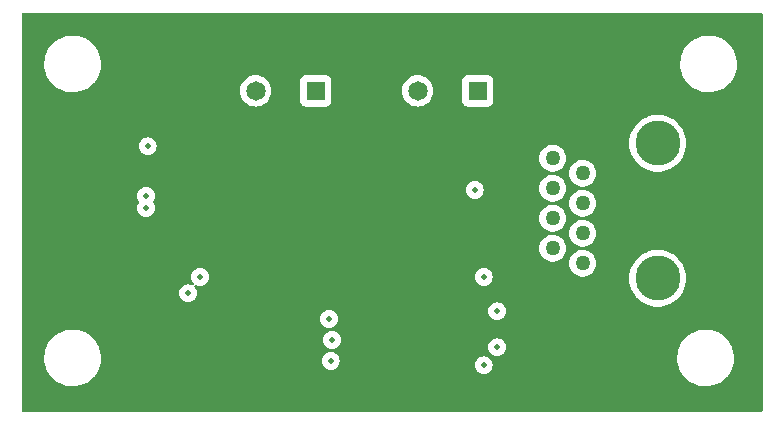
<source format=gbr>
%TF.GenerationSoftware,KiCad,Pcbnew,7.0.1*%
%TF.CreationDate,2023-04-09T11:27:42-07:00*%
%TF.ProjectId,RS485-Module,52533438-352d-44d6-9f64-756c652e6b69,rev?*%
%TF.SameCoordinates,Original*%
%TF.FileFunction,Copper,L2,Inr*%
%TF.FilePolarity,Positive*%
%FSLAX46Y46*%
G04 Gerber Fmt 4.6, Leading zero omitted, Abs format (unit mm)*
G04 Created by KiCad (PCBNEW 7.0.1) date 2023-04-09 11:27:42*
%MOMM*%
%LPD*%
G01*
G04 APERTURE LIST*
%TA.AperFunction,ComponentPad*%
%ADD10C,1.270000*%
%TD*%
%TA.AperFunction,ComponentPad*%
%ADD11C,3.810000*%
%TD*%
%TA.AperFunction,ComponentPad*%
%ADD12R,1.650000X1.650000*%
%TD*%
%TA.AperFunction,ComponentPad*%
%ADD13C,1.650000*%
%TD*%
%TA.AperFunction,ViaPad*%
%ADD14C,0.508000*%
%TD*%
G04 APERTURE END LIST*
D10*
%TO.N,Net-(J3-B)*%
%TO.C,P4*%
X185674000Y-104013000D03*
%TO.N,Net-(J1-B)*%
X183134000Y-102743000D03*
%TO.N,unconnected-(P4-Pad3)*%
X185674000Y-101473000D03*
%TO.N,unconnected-(P4-Pad4)*%
X183134000Y-100203000D03*
%TO.N,unconnected-(P4-Pad5)*%
X185674000Y-98933000D03*
%TO.N,unconnected-(P4-Pad6)*%
X183134000Y-97663000D03*
%TO.N,Net-(J5-B)*%
X185674000Y-96393000D03*
%TO.N,Net-(J7-B)*%
X183134000Y-95123000D03*
D11*
%TO.N,N/C*%
X192024000Y-105283000D03*
X192024000Y-93853000D03*
%TD*%
D12*
%TO.N,Z*%
%TO.C,P3*%
X176784000Y-89408000D03*
D13*
%TO.N,Y*%
X171704000Y-89408000D03*
%TD*%
D12*
%TO.N,A*%
%TO.C,P2*%
X163068000Y-89408000D03*
D13*
%TO.N,B*%
X157988000Y-89408000D03*
%TD*%
D14*
%TO.N,3.3V*%
X148717000Y-99314000D03*
X148717000Y-98298000D03*
X153289000Y-105156000D03*
%TO.N,Earth*%
X171831000Y-105283000D03*
%TO.N,Z*%
X164465000Y-110490000D03*
%TO.N,Y*%
X164338000Y-112268000D03*
%TO.N,B*%
X164211000Y-108712000D03*
%TO.N,Earth*%
X165354000Y-97790000D03*
%TO.N,3.3V*%
X176530000Y-97790000D03*
%TO.N,Net-(J7-B)*%
X177292000Y-112649000D03*
%TO.N,Net-(J5-B)*%
X178435000Y-111125000D03*
X178435000Y-108077000D03*
%TO.N,Net-(J7-B)*%
X177292000Y-105156000D03*
%TO.N,Earth*%
X172212000Y-111633000D03*
X152019000Y-113157000D03*
X150749000Y-111252000D03*
X147447000Y-101219000D03*
%TO.N,3.3V*%
X148844000Y-94107000D03*
%TO.N,Earth*%
X150495000Y-106426000D03*
X149225000Y-105156000D03*
%TO.N,3.3V*%
X152273000Y-106553000D03*
%TD*%
%TA.AperFunction,Conductor*%
%TO.N,Earth*%
G36*
X200851500Y-82821113D02*
G01*
X200896887Y-82866500D01*
X200913500Y-82928500D01*
X200913500Y-116461500D01*
X200896887Y-116523500D01*
X200851500Y-116568887D01*
X200789500Y-116585500D01*
X138300500Y-116585500D01*
X138238500Y-116568887D01*
X138193113Y-116523500D01*
X138176500Y-116461500D01*
X138176500Y-111936903D01*
X140089794Y-111936903D01*
X140099672Y-112244972D01*
X140148867Y-112549261D01*
X140236570Y-112844760D01*
X140361334Y-113126604D01*
X140361336Y-113126608D01*
X140361337Y-113126609D01*
X140521123Y-113390193D01*
X140713304Y-113631181D01*
X140934724Y-113845614D01*
X141181747Y-114029972D01*
X141450318Y-114181228D01*
X141736025Y-114296899D01*
X142034179Y-114375084D01*
X142339883Y-114414500D01*
X142570974Y-114414500D01*
X142570978Y-114414500D01*
X142620639Y-114411311D01*
X142801601Y-114399693D01*
X143104151Y-114340772D01*
X143396683Y-114243644D01*
X143674393Y-114109907D01*
X143932720Y-113941754D01*
X144167424Y-113741948D01*
X144297298Y-113598941D01*
X144374646Y-113513774D01*
X144374647Y-113513771D01*
X144374650Y-113513769D01*
X144550996Y-113260963D01*
X144693567Y-112987683D01*
X144696970Y-112978437D01*
X144800020Y-112698416D01*
X144859697Y-112436954D01*
X144868609Y-112397908D01*
X144881141Y-112267999D01*
X163578725Y-112267999D01*
X163597762Y-112436951D01*
X163653918Y-112597437D01*
X163744377Y-112741402D01*
X163864597Y-112861622D01*
X163864599Y-112861623D01*
X163864600Y-112861624D01*
X164008563Y-112952082D01*
X164169046Y-113008237D01*
X164338000Y-113027274D01*
X164506954Y-113008237D01*
X164667437Y-112952082D01*
X164811400Y-112861624D01*
X164931624Y-112741400D01*
X164989683Y-112649000D01*
X176532725Y-112649000D01*
X176551762Y-112817951D01*
X176607918Y-112978437D01*
X176698377Y-113122402D01*
X176818597Y-113242622D01*
X176818599Y-113242623D01*
X176818600Y-113242624D01*
X176962563Y-113333082D01*
X177123046Y-113389237D01*
X177292000Y-113408274D01*
X177460954Y-113389237D01*
X177621437Y-113333082D01*
X177765400Y-113242624D01*
X177885624Y-113122400D01*
X177976082Y-112978437D01*
X178032237Y-112817954D01*
X178051274Y-112649000D01*
X178032237Y-112480046D01*
X177976082Y-112319563D01*
X177885624Y-112175600D01*
X177885623Y-112175599D01*
X177885622Y-112175597D01*
X177765402Y-112055377D01*
X177621437Y-111964918D01*
X177541374Y-111936903D01*
X193683794Y-111936903D01*
X193693672Y-112244972D01*
X193742867Y-112549261D01*
X193830570Y-112844760D01*
X193955334Y-113126604D01*
X193955336Y-113126608D01*
X193955337Y-113126609D01*
X194115123Y-113390193D01*
X194307304Y-113631181D01*
X194528724Y-113845614D01*
X194775747Y-114029972D01*
X195044318Y-114181228D01*
X195330025Y-114296899D01*
X195628179Y-114375084D01*
X195933883Y-114414500D01*
X196164974Y-114414500D01*
X196164978Y-114414500D01*
X196214639Y-114411311D01*
X196395601Y-114399693D01*
X196698151Y-114340772D01*
X196990683Y-114243644D01*
X197268393Y-114109907D01*
X197526720Y-113941754D01*
X197761424Y-113741948D01*
X197891298Y-113598941D01*
X197968646Y-113513774D01*
X197968647Y-113513771D01*
X197968650Y-113513769D01*
X198144996Y-113260963D01*
X198287567Y-112987683D01*
X198290970Y-112978437D01*
X198394020Y-112698416D01*
X198453697Y-112436954D01*
X198462609Y-112397908D01*
X198492206Y-112091098D01*
X198482327Y-111783022D01*
X198433133Y-111478739D01*
X198345431Y-111183244D01*
X198301332Y-111083624D01*
X198220665Y-110901395D01*
X198170982Y-110819437D01*
X198060877Y-110637807D01*
X197868696Y-110396819D01*
X197647276Y-110182386D01*
X197400253Y-109998028D01*
X197131682Y-109846772D01*
X196845975Y-109731101D01*
X196611417Y-109669592D01*
X196547818Y-109652915D01*
X196295227Y-109620347D01*
X196242117Y-109613500D01*
X196011026Y-109613500D01*
X196011022Y-109613500D01*
X195780397Y-109628307D01*
X195477854Y-109687226D01*
X195346844Y-109730725D01*
X195185317Y-109784356D01*
X195185314Y-109784357D01*
X195185312Y-109784358D01*
X194907612Y-109918089D01*
X194649274Y-110086249D01*
X194414575Y-110286052D01*
X194207353Y-110514225D01*
X194031002Y-110767039D01*
X193888432Y-111040316D01*
X193781979Y-111329583D01*
X193713390Y-111630092D01*
X193683794Y-111936903D01*
X177541374Y-111936903D01*
X177460951Y-111908762D01*
X177291999Y-111889725D01*
X177123048Y-111908762D01*
X176962562Y-111964918D01*
X176818597Y-112055377D01*
X176698377Y-112175597D01*
X176607918Y-112319562D01*
X176551762Y-112480048D01*
X176532725Y-112649000D01*
X164989683Y-112649000D01*
X165022082Y-112597437D01*
X165078237Y-112436954D01*
X165097274Y-112268000D01*
X165078237Y-112099046D01*
X165022082Y-111938563D01*
X164931624Y-111794600D01*
X164931623Y-111794599D01*
X164931622Y-111794597D01*
X164811402Y-111674377D01*
X164667437Y-111583918D01*
X164506951Y-111527762D01*
X164338000Y-111508725D01*
X164169048Y-111527762D01*
X164008562Y-111583918D01*
X163864597Y-111674377D01*
X163744377Y-111794597D01*
X163653918Y-111938562D01*
X163597762Y-112099048D01*
X163578725Y-112267999D01*
X144881141Y-112267999D01*
X144898206Y-112091098D01*
X144888327Y-111783022D01*
X144839133Y-111478739D01*
X144751431Y-111183244D01*
X144707332Y-111083624D01*
X144626665Y-110901395D01*
X144576982Y-110819437D01*
X144466877Y-110637807D01*
X144349004Y-110489999D01*
X163705725Y-110489999D01*
X163724762Y-110658951D01*
X163780918Y-110819437D01*
X163871377Y-110963402D01*
X163991597Y-111083622D01*
X163991599Y-111083623D01*
X163991600Y-111083624D01*
X164135563Y-111174082D01*
X164296046Y-111230237D01*
X164465000Y-111249274D01*
X164633954Y-111230237D01*
X164794437Y-111174082D01*
X164872551Y-111125000D01*
X177675725Y-111125000D01*
X177694762Y-111293951D01*
X177750918Y-111454437D01*
X177841377Y-111598402D01*
X177961597Y-111718622D01*
X177961599Y-111718623D01*
X177961600Y-111718624D01*
X178105563Y-111809082D01*
X178266046Y-111865237D01*
X178435000Y-111884274D01*
X178603954Y-111865237D01*
X178764437Y-111809082D01*
X178908400Y-111718624D01*
X179028624Y-111598400D01*
X179119082Y-111454437D01*
X179175237Y-111293954D01*
X179194274Y-111125000D01*
X179175237Y-110956046D01*
X179119082Y-110795563D01*
X179028624Y-110651600D01*
X179028623Y-110651599D01*
X179028622Y-110651597D01*
X178908402Y-110531377D01*
X178764437Y-110440918D01*
X178603951Y-110384762D01*
X178435000Y-110365725D01*
X178266048Y-110384762D01*
X178105562Y-110440918D01*
X177961597Y-110531377D01*
X177841377Y-110651597D01*
X177750918Y-110795562D01*
X177694762Y-110956048D01*
X177675725Y-111125000D01*
X164872551Y-111125000D01*
X164938400Y-111083624D01*
X165058624Y-110963400D01*
X165149082Y-110819437D01*
X165205237Y-110658954D01*
X165224274Y-110490000D01*
X165205237Y-110321046D01*
X165149082Y-110160563D01*
X165058624Y-110016600D01*
X165058623Y-110016599D01*
X165058622Y-110016597D01*
X164938402Y-109896377D01*
X164794437Y-109805918D01*
X164633951Y-109749762D01*
X164465000Y-109730725D01*
X164296048Y-109749762D01*
X164135562Y-109805918D01*
X163991597Y-109896377D01*
X163871377Y-110016597D01*
X163780918Y-110160562D01*
X163724762Y-110321048D01*
X163705725Y-110489999D01*
X144349004Y-110489999D01*
X144274696Y-110396819D01*
X144053276Y-110182386D01*
X143806253Y-109998028D01*
X143537682Y-109846772D01*
X143251975Y-109731101D01*
X143017417Y-109669592D01*
X142953818Y-109652915D01*
X142701227Y-109620347D01*
X142648117Y-109613500D01*
X142417026Y-109613500D01*
X142417022Y-109613500D01*
X142186397Y-109628307D01*
X141883854Y-109687226D01*
X141752844Y-109730725D01*
X141591317Y-109784356D01*
X141591314Y-109784357D01*
X141591312Y-109784358D01*
X141313612Y-109918089D01*
X141055274Y-110086249D01*
X140820575Y-110286052D01*
X140613353Y-110514225D01*
X140437002Y-110767039D01*
X140294432Y-111040316D01*
X140187979Y-111329583D01*
X140119390Y-111630092D01*
X140089794Y-111936903D01*
X138176500Y-111936903D01*
X138176500Y-108712000D01*
X163451725Y-108712000D01*
X163470762Y-108880951D01*
X163526918Y-109041437D01*
X163617377Y-109185402D01*
X163737597Y-109305622D01*
X163737599Y-109305623D01*
X163737600Y-109305624D01*
X163881563Y-109396082D01*
X164042046Y-109452237D01*
X164211000Y-109471274D01*
X164379954Y-109452237D01*
X164540437Y-109396082D01*
X164684400Y-109305624D01*
X164804624Y-109185400D01*
X164895082Y-109041437D01*
X164951237Y-108880954D01*
X164970274Y-108712000D01*
X164951237Y-108543046D01*
X164895082Y-108382563D01*
X164804624Y-108238600D01*
X164804623Y-108238599D01*
X164804622Y-108238597D01*
X164684402Y-108118377D01*
X164618551Y-108077000D01*
X177675725Y-108077000D01*
X177694762Y-108245951D01*
X177750918Y-108406437D01*
X177841377Y-108550402D01*
X177961597Y-108670622D01*
X177961599Y-108670623D01*
X177961600Y-108670624D01*
X178105563Y-108761082D01*
X178266046Y-108817237D01*
X178435000Y-108836274D01*
X178603954Y-108817237D01*
X178764437Y-108761082D01*
X178908400Y-108670624D01*
X179028624Y-108550400D01*
X179119082Y-108406437D01*
X179175237Y-108245954D01*
X179194274Y-108077000D01*
X179175237Y-107908046D01*
X179119082Y-107747563D01*
X179028624Y-107603600D01*
X179028623Y-107603599D01*
X179028622Y-107603597D01*
X178908402Y-107483377D01*
X178764437Y-107392918D01*
X178603951Y-107336762D01*
X178435000Y-107317725D01*
X178266048Y-107336762D01*
X178105562Y-107392918D01*
X177961597Y-107483377D01*
X177841377Y-107603597D01*
X177750918Y-107747562D01*
X177694762Y-107908048D01*
X177675725Y-108077000D01*
X164618551Y-108077000D01*
X164540437Y-108027918D01*
X164379951Y-107971762D01*
X164211000Y-107952725D01*
X164042048Y-107971762D01*
X163881562Y-108027918D01*
X163737597Y-108118377D01*
X163617377Y-108238597D01*
X163526918Y-108382562D01*
X163470762Y-108543048D01*
X163451725Y-108712000D01*
X138176500Y-108712000D01*
X138176500Y-106552999D01*
X151513725Y-106552999D01*
X151532762Y-106721951D01*
X151588918Y-106882437D01*
X151679377Y-107026402D01*
X151799597Y-107146622D01*
X151799599Y-107146623D01*
X151799600Y-107146624D01*
X151943563Y-107237082D01*
X152104046Y-107293237D01*
X152216682Y-107305928D01*
X152272999Y-107312274D01*
X152272999Y-107312273D01*
X152273000Y-107312274D01*
X152441954Y-107293237D01*
X152602437Y-107237082D01*
X152746400Y-107146624D01*
X152866624Y-107026400D01*
X152957082Y-106882437D01*
X153013237Y-106721954D01*
X153032274Y-106553000D01*
X153013237Y-106384046D01*
X152957082Y-106223563D01*
X152866624Y-106079600D01*
X152866623Y-106079599D01*
X152866622Y-106079597D01*
X152832314Y-106045289D01*
X152799753Y-105987906D01*
X152801234Y-105921946D01*
X152836336Y-105866081D01*
X152895122Y-105836128D01*
X152960948Y-105840566D01*
X153033864Y-105866081D01*
X153120045Y-105896237D01*
X153289000Y-105915274D01*
X153457954Y-105896237D01*
X153618437Y-105840082D01*
X153762400Y-105749624D01*
X153882624Y-105629400D01*
X153973082Y-105485437D01*
X154029237Y-105324954D01*
X154048274Y-105156000D01*
X154048274Y-105155999D01*
X176532725Y-105155999D01*
X176551762Y-105324951D01*
X176607918Y-105485437D01*
X176698377Y-105629402D01*
X176818597Y-105749622D01*
X176818599Y-105749623D01*
X176818600Y-105749624D01*
X176962563Y-105840082D01*
X177123046Y-105896237D01*
X177292000Y-105915274D01*
X177460954Y-105896237D01*
X177621437Y-105840082D01*
X177765400Y-105749624D01*
X177885624Y-105629400D01*
X177976082Y-105485437D01*
X178032237Y-105324954D01*
X178036964Y-105283000D01*
X189613743Y-105283000D01*
X189632749Y-105585079D01*
X189689467Y-105882409D01*
X189753538Y-106079597D01*
X189783001Y-106170274D01*
X189911877Y-106444150D01*
X190074062Y-106699713D01*
X190218764Y-106874628D01*
X190266998Y-106932933D01*
X190487646Y-107140136D01*
X190732519Y-107318046D01*
X190868711Y-107392918D01*
X190997763Y-107463865D01*
X191279190Y-107575290D01*
X191572363Y-107650564D01*
X191796784Y-107678914D01*
X191872657Y-107688500D01*
X191872659Y-107688500D01*
X192175341Y-107688500D01*
X192175343Y-107688500D01*
X192242704Y-107679989D01*
X192475637Y-107650564D01*
X192768810Y-107575290D01*
X193050237Y-107463865D01*
X193315480Y-107318046D01*
X193315922Y-107317725D01*
X193560353Y-107140136D01*
X193584323Y-107117625D01*
X193781001Y-106932934D01*
X193973938Y-106699713D01*
X194136123Y-106444150D01*
X194264999Y-106170274D01*
X194358533Y-105882406D01*
X194415250Y-105585085D01*
X194434256Y-105283000D01*
X194415250Y-104980915D01*
X194358533Y-104683594D01*
X194264999Y-104395726D01*
X194136123Y-104121850D01*
X193973938Y-103866287D01*
X193781001Y-103633066D01*
X193746911Y-103601053D01*
X193560353Y-103425863D01*
X193315480Y-103247953D01*
X193050238Y-103102135D01*
X192768807Y-102990709D01*
X192475638Y-102915436D01*
X192175343Y-102877500D01*
X192175341Y-102877500D01*
X191872659Y-102877500D01*
X191872657Y-102877500D01*
X191572361Y-102915436D01*
X191279192Y-102990709D01*
X190997761Y-103102135D01*
X190732519Y-103247953D01*
X190487646Y-103425863D01*
X190266998Y-103633066D01*
X190095948Y-103839831D01*
X190074062Y-103866287D01*
X189980956Y-104012999D01*
X189911877Y-104121850D01*
X189782999Y-104395730D01*
X189689467Y-104683590D01*
X189632749Y-104980920D01*
X189613743Y-105283000D01*
X178036964Y-105283000D01*
X178051274Y-105156000D01*
X178032237Y-104987046D01*
X177976082Y-104826563D01*
X177885624Y-104682600D01*
X177885623Y-104682599D01*
X177885622Y-104682597D01*
X177765402Y-104562377D01*
X177621437Y-104471918D01*
X177460954Y-104415763D01*
X177460953Y-104415762D01*
X177460951Y-104415762D01*
X177292000Y-104396725D01*
X177123048Y-104415762D01*
X176962562Y-104471918D01*
X176818597Y-104562377D01*
X176698377Y-104682597D01*
X176607918Y-104826562D01*
X176551762Y-104987048D01*
X176532725Y-105155999D01*
X154048274Y-105155999D01*
X154029237Y-104987046D01*
X153973082Y-104826563D01*
X153882624Y-104682600D01*
X153882623Y-104682599D01*
X153882622Y-104682597D01*
X153762402Y-104562377D01*
X153618437Y-104471918D01*
X153457954Y-104415763D01*
X153457953Y-104415762D01*
X153457951Y-104415762D01*
X153289000Y-104396725D01*
X153120048Y-104415762D01*
X152959562Y-104471918D01*
X152815597Y-104562377D01*
X152695377Y-104682597D01*
X152604918Y-104826562D01*
X152548762Y-104987048D01*
X152529725Y-105155999D01*
X152548762Y-105324951D01*
X152604918Y-105485437D01*
X152695377Y-105629402D01*
X152729685Y-105663710D01*
X152762245Y-105721093D01*
X152760765Y-105787053D01*
X152725663Y-105842918D01*
X152666877Y-105872871D01*
X152601051Y-105868433D01*
X152441954Y-105812763D01*
X152441953Y-105812762D01*
X152441951Y-105812762D01*
X152273000Y-105793725D01*
X152104048Y-105812762D01*
X151943562Y-105868918D01*
X151799597Y-105959377D01*
X151679377Y-106079597D01*
X151588918Y-106223562D01*
X151532762Y-106384048D01*
X151513725Y-106552999D01*
X138176500Y-106552999D01*
X138176500Y-104012999D01*
X184533635Y-104012999D01*
X184553051Y-104222544D01*
X184610640Y-104424947D01*
X184704439Y-104613322D01*
X184831260Y-104781260D01*
X184986774Y-104923029D01*
X184986776Y-104923030D01*
X184986777Y-104923031D01*
X185165696Y-105033813D01*
X185361924Y-105109832D01*
X185568780Y-105148500D01*
X185779218Y-105148500D01*
X185779220Y-105148500D01*
X185986076Y-105109832D01*
X186182304Y-105033813D01*
X186361223Y-104923031D01*
X186516740Y-104781259D01*
X186643558Y-104613325D01*
X186643558Y-104613323D01*
X186643560Y-104613322D01*
X186737359Y-104424947D01*
X186794948Y-104222544D01*
X186797763Y-104192156D01*
X186814365Y-104013000D01*
X186798319Y-103839832D01*
X186794948Y-103803455D01*
X186737359Y-103601052D01*
X186643560Y-103412677D01*
X186516739Y-103244739D01*
X186361225Y-103102970D01*
X186182304Y-102992187D01*
X186079968Y-102952542D01*
X185986076Y-102916168D01*
X185779220Y-102877500D01*
X185568780Y-102877500D01*
X185365840Y-102915436D01*
X185361924Y-102916168D01*
X185165695Y-102992187D01*
X184986774Y-103102970D01*
X184831260Y-103244739D01*
X184704439Y-103412677D01*
X184610640Y-103601052D01*
X184553051Y-103803455D01*
X184533635Y-104012999D01*
X138176500Y-104012999D01*
X138176500Y-102743000D01*
X181993635Y-102743000D01*
X182013051Y-102952544D01*
X182070640Y-103154947D01*
X182164439Y-103343322D01*
X182291260Y-103511260D01*
X182446774Y-103653029D01*
X182446776Y-103653030D01*
X182446777Y-103653031D01*
X182625696Y-103763813D01*
X182821924Y-103839832D01*
X183028780Y-103878500D01*
X183239218Y-103878500D01*
X183239220Y-103878500D01*
X183446076Y-103839832D01*
X183642304Y-103763813D01*
X183821223Y-103653031D01*
X183976740Y-103511259D01*
X184103558Y-103343325D01*
X184103558Y-103343323D01*
X184103560Y-103343322D01*
X184197359Y-103154947D01*
X184254948Y-102952544D01*
X184258386Y-102915436D01*
X184274365Y-102743000D01*
X184258319Y-102569832D01*
X184254948Y-102533455D01*
X184197359Y-102331052D01*
X184103560Y-102142677D01*
X183976739Y-101974739D01*
X183821225Y-101832970D01*
X183642304Y-101722187D01*
X183539968Y-101682542D01*
X183446076Y-101646168D01*
X183239220Y-101607500D01*
X183028780Y-101607500D01*
X182821924Y-101646167D01*
X182821924Y-101646168D01*
X182625695Y-101722187D01*
X182446774Y-101832970D01*
X182291260Y-101974739D01*
X182164439Y-102142677D01*
X182070640Y-102331052D01*
X182013051Y-102533455D01*
X181993635Y-102743000D01*
X138176500Y-102743000D01*
X138176500Y-101473000D01*
X184533635Y-101473000D01*
X184553051Y-101682544D01*
X184610640Y-101884947D01*
X184704439Y-102073322D01*
X184831260Y-102241260D01*
X184986774Y-102383029D01*
X184986776Y-102383030D01*
X184986777Y-102383031D01*
X185165696Y-102493813D01*
X185361924Y-102569832D01*
X185568780Y-102608500D01*
X185779218Y-102608500D01*
X185779220Y-102608500D01*
X185986076Y-102569832D01*
X186182304Y-102493813D01*
X186361223Y-102383031D01*
X186516740Y-102241259D01*
X186643558Y-102073325D01*
X186643558Y-102073323D01*
X186643560Y-102073322D01*
X186737359Y-101884947D01*
X186794948Y-101682544D01*
X186798319Y-101646168D01*
X186814365Y-101473000D01*
X186798319Y-101299832D01*
X186794948Y-101263455D01*
X186737359Y-101061052D01*
X186643560Y-100872677D01*
X186516739Y-100704739D01*
X186361225Y-100562970D01*
X186182304Y-100452187D01*
X186079968Y-100412542D01*
X185986076Y-100376168D01*
X185779220Y-100337500D01*
X185568780Y-100337500D01*
X185361923Y-100376168D01*
X185361924Y-100376168D01*
X185165695Y-100452187D01*
X184986774Y-100562970D01*
X184831260Y-100704739D01*
X184704439Y-100872677D01*
X184610640Y-101061052D01*
X184553051Y-101263455D01*
X184533635Y-101473000D01*
X138176500Y-101473000D01*
X138176500Y-100202999D01*
X181993635Y-100202999D01*
X182013051Y-100412544D01*
X182070640Y-100614947D01*
X182164439Y-100803322D01*
X182291260Y-100971260D01*
X182446774Y-101113029D01*
X182446776Y-101113030D01*
X182446777Y-101113031D01*
X182625696Y-101223813D01*
X182821924Y-101299832D01*
X183028780Y-101338500D01*
X183239218Y-101338500D01*
X183239220Y-101338500D01*
X183446076Y-101299832D01*
X183642304Y-101223813D01*
X183821223Y-101113031D01*
X183976740Y-100971259D01*
X184103558Y-100803325D01*
X184103558Y-100803323D01*
X184103560Y-100803322D01*
X184197359Y-100614947D01*
X184254948Y-100412544D01*
X184258319Y-100376168D01*
X184274365Y-100203000D01*
X184258319Y-100029832D01*
X184254948Y-99993455D01*
X184197359Y-99791052D01*
X184103560Y-99602677D01*
X183976739Y-99434739D01*
X183821225Y-99292970D01*
X183642304Y-99182187D01*
X183546437Y-99145048D01*
X183446076Y-99106168D01*
X183239220Y-99067500D01*
X183028780Y-99067500D01*
X182821924Y-99106167D01*
X182821924Y-99106168D01*
X182625695Y-99182187D01*
X182446774Y-99292970D01*
X182291260Y-99434739D01*
X182164439Y-99602677D01*
X182070640Y-99791052D01*
X182013051Y-99993455D01*
X181993635Y-100202999D01*
X138176500Y-100202999D01*
X138176500Y-99314000D01*
X147957725Y-99314000D01*
X147976762Y-99482951D01*
X148032918Y-99643437D01*
X148123377Y-99787402D01*
X148243597Y-99907622D01*
X148243599Y-99907623D01*
X148243600Y-99907624D01*
X148387563Y-99998082D01*
X148548046Y-100054237D01*
X148717000Y-100073274D01*
X148885954Y-100054237D01*
X149046437Y-99998082D01*
X149190400Y-99907624D01*
X149310624Y-99787400D01*
X149401082Y-99643437D01*
X149457237Y-99482954D01*
X149476274Y-99314000D01*
X149457237Y-99145046D01*
X149401082Y-98984563D01*
X149368682Y-98932999D01*
X184533635Y-98932999D01*
X184553051Y-99142544D01*
X184610640Y-99344947D01*
X184704439Y-99533322D01*
X184831260Y-99701260D01*
X184986774Y-99843029D01*
X184986776Y-99843030D01*
X184986777Y-99843031D01*
X185165696Y-99953813D01*
X185361924Y-100029832D01*
X185568780Y-100068500D01*
X185779218Y-100068500D01*
X185779220Y-100068500D01*
X185986076Y-100029832D01*
X186182304Y-99953813D01*
X186361223Y-99843031D01*
X186516740Y-99701259D01*
X186643558Y-99533325D01*
X186643558Y-99533323D01*
X186643560Y-99533322D01*
X186737359Y-99344947D01*
X186794948Y-99142544D01*
X186798319Y-99106168D01*
X186814365Y-98933000D01*
X186799501Y-98772598D01*
X186794948Y-98723455D01*
X186737359Y-98521052D01*
X186643560Y-98332677D01*
X186516739Y-98164739D01*
X186361225Y-98022970D01*
X186182304Y-97912187D01*
X186079968Y-97872542D01*
X185986076Y-97836168D01*
X185779220Y-97797500D01*
X185568780Y-97797500D01*
X185361924Y-97836167D01*
X185361924Y-97836168D01*
X185165695Y-97912187D01*
X184986774Y-98022970D01*
X184831260Y-98164739D01*
X184704439Y-98332677D01*
X184610640Y-98521052D01*
X184553051Y-98723455D01*
X184533635Y-98932999D01*
X149368682Y-98932999D01*
X149330336Y-98871971D01*
X149311330Y-98805999D01*
X149330335Y-98740029D01*
X149401082Y-98627437D01*
X149457237Y-98466954D01*
X149476274Y-98298000D01*
X149457237Y-98129046D01*
X149401082Y-97968563D01*
X149310624Y-97824600D01*
X149310623Y-97824599D01*
X149310622Y-97824597D01*
X149276025Y-97790000D01*
X175770725Y-97790000D01*
X175789762Y-97958951D01*
X175845918Y-98119437D01*
X175936377Y-98263402D01*
X176056597Y-98383622D01*
X176056599Y-98383623D01*
X176056600Y-98383624D01*
X176200563Y-98474082D01*
X176361046Y-98530237D01*
X176530000Y-98549274D01*
X176698954Y-98530237D01*
X176859437Y-98474082D01*
X177003400Y-98383624D01*
X177123624Y-98263400D01*
X177214082Y-98119437D01*
X177270237Y-97958954D01*
X177289274Y-97790000D01*
X177274964Y-97663000D01*
X181993635Y-97663000D01*
X182013051Y-97872544D01*
X182070640Y-98074947D01*
X182164439Y-98263322D01*
X182291260Y-98431260D01*
X182446774Y-98573029D01*
X182446776Y-98573030D01*
X182446777Y-98573031D01*
X182625696Y-98683813D01*
X182821924Y-98759832D01*
X183028780Y-98798500D01*
X183239218Y-98798500D01*
X183239220Y-98798500D01*
X183446076Y-98759832D01*
X183642304Y-98683813D01*
X183821223Y-98573031D01*
X183976740Y-98431259D01*
X184103558Y-98263325D01*
X184103558Y-98263323D01*
X184103560Y-98263322D01*
X184197359Y-98074947D01*
X184254948Y-97872544D01*
X184259391Y-97824597D01*
X184274365Y-97663000D01*
X184258319Y-97489832D01*
X184254948Y-97453455D01*
X184197359Y-97251052D01*
X184103560Y-97062677D01*
X183976739Y-96894739D01*
X183821225Y-96752970D01*
X183642304Y-96642187D01*
X183539968Y-96602542D01*
X183446076Y-96566168D01*
X183239220Y-96527500D01*
X183028780Y-96527500D01*
X182821923Y-96566168D01*
X182821924Y-96566168D01*
X182625695Y-96642187D01*
X182446774Y-96752970D01*
X182291260Y-96894739D01*
X182164439Y-97062677D01*
X182070640Y-97251052D01*
X182013051Y-97453455D01*
X181993635Y-97663000D01*
X177274964Y-97663000D01*
X177270237Y-97621046D01*
X177214082Y-97460563D01*
X177123624Y-97316600D01*
X177123623Y-97316599D01*
X177123622Y-97316597D01*
X177003402Y-97196377D01*
X176859437Y-97105918D01*
X176698951Y-97049762D01*
X176530000Y-97030725D01*
X176361048Y-97049762D01*
X176200562Y-97105918D01*
X176056597Y-97196377D01*
X175936377Y-97316597D01*
X175845918Y-97460562D01*
X175789762Y-97621048D01*
X175770725Y-97790000D01*
X149276025Y-97790000D01*
X149190402Y-97704377D01*
X149046437Y-97613918D01*
X148885951Y-97557762D01*
X148717000Y-97538725D01*
X148548048Y-97557762D01*
X148387562Y-97613918D01*
X148243597Y-97704377D01*
X148123377Y-97824597D01*
X148032918Y-97968562D01*
X147976762Y-98129048D01*
X147957725Y-98297999D01*
X147976762Y-98466951D01*
X148032919Y-98627439D01*
X148103663Y-98740029D01*
X148122669Y-98806000D01*
X148103663Y-98871971D01*
X148032919Y-98984560D01*
X147976762Y-99145048D01*
X147957725Y-99314000D01*
X138176500Y-99314000D01*
X138176500Y-96392999D01*
X184533635Y-96392999D01*
X184553051Y-96602544D01*
X184610640Y-96804947D01*
X184704439Y-96993322D01*
X184831260Y-97161260D01*
X184986774Y-97303029D01*
X184986776Y-97303030D01*
X184986777Y-97303031D01*
X185165696Y-97413813D01*
X185361924Y-97489832D01*
X185568780Y-97528500D01*
X185779218Y-97528500D01*
X185779220Y-97528500D01*
X185986076Y-97489832D01*
X186182304Y-97413813D01*
X186361223Y-97303031D01*
X186516740Y-97161259D01*
X186643558Y-96993325D01*
X186643558Y-96993323D01*
X186643560Y-96993322D01*
X186737359Y-96804947D01*
X186794948Y-96602544D01*
X186798319Y-96566168D01*
X186814365Y-96393000D01*
X186798319Y-96219832D01*
X186794948Y-96183455D01*
X186737359Y-95981052D01*
X186643560Y-95792677D01*
X186516739Y-95624739D01*
X186361225Y-95482970D01*
X186182304Y-95372187D01*
X186079968Y-95332542D01*
X185986076Y-95296168D01*
X185779220Y-95257500D01*
X185568780Y-95257500D01*
X185361923Y-95296168D01*
X185361924Y-95296168D01*
X185165695Y-95372187D01*
X184986774Y-95482970D01*
X184831260Y-95624739D01*
X184704439Y-95792677D01*
X184610640Y-95981052D01*
X184553051Y-96183455D01*
X184533635Y-96392999D01*
X138176500Y-96392999D01*
X138176500Y-95123000D01*
X181993635Y-95123000D01*
X182013051Y-95332544D01*
X182070640Y-95534947D01*
X182164439Y-95723322D01*
X182291260Y-95891260D01*
X182446774Y-96033029D01*
X182446776Y-96033030D01*
X182446777Y-96033031D01*
X182625696Y-96143813D01*
X182821924Y-96219832D01*
X183028780Y-96258500D01*
X183239218Y-96258500D01*
X183239220Y-96258500D01*
X183446076Y-96219832D01*
X183642304Y-96143813D01*
X183821223Y-96033031D01*
X183976740Y-95891259D01*
X184103558Y-95723325D01*
X184103558Y-95723323D01*
X184103560Y-95723322D01*
X184197359Y-95534947D01*
X184254948Y-95332544D01*
X184260770Y-95269713D01*
X184274365Y-95123000D01*
X184254948Y-94913458D01*
X184254948Y-94913455D01*
X184197359Y-94711052D01*
X184103560Y-94522677D01*
X183976739Y-94354739D01*
X183821225Y-94212970D01*
X183642304Y-94102187D01*
X183642303Y-94102186D01*
X183446076Y-94026168D01*
X183239220Y-93987500D01*
X183028780Y-93987500D01*
X182821924Y-94026167D01*
X182821924Y-94026168D01*
X182625695Y-94102187D01*
X182446774Y-94212970D01*
X182291260Y-94354739D01*
X182164439Y-94522677D01*
X182070640Y-94711052D01*
X182013051Y-94913455D01*
X181993635Y-95123000D01*
X138176500Y-95123000D01*
X138176500Y-94106999D01*
X148084725Y-94106999D01*
X148103762Y-94275951D01*
X148159918Y-94436437D01*
X148250377Y-94580402D01*
X148370597Y-94700622D01*
X148370599Y-94700623D01*
X148370600Y-94700624D01*
X148514563Y-94791082D01*
X148675046Y-94847237D01*
X148844000Y-94866274D01*
X149012954Y-94847237D01*
X149173437Y-94791082D01*
X149317400Y-94700624D01*
X149437624Y-94580400D01*
X149528082Y-94436437D01*
X149584237Y-94275954D01*
X149603274Y-94107000D01*
X149584237Y-93938046D01*
X149554478Y-93852999D01*
X189613743Y-93852999D01*
X189632749Y-94155079D01*
X189689467Y-94452409D01*
X189782999Y-94740269D01*
X189783001Y-94740274D01*
X189911877Y-95014150D01*
X190074062Y-95269713D01*
X190158836Y-95372187D01*
X190266998Y-95502933D01*
X190487646Y-95710136D01*
X190732519Y-95888046D01*
X190996242Y-96033029D01*
X190997763Y-96033865D01*
X191279190Y-96145290D01*
X191572363Y-96220564D01*
X191796785Y-96248914D01*
X191872657Y-96258500D01*
X191872659Y-96258500D01*
X192175341Y-96258500D01*
X192175343Y-96258500D01*
X192242704Y-96249989D01*
X192475637Y-96220564D01*
X192768810Y-96145290D01*
X193050237Y-96033865D01*
X193315480Y-95888046D01*
X193315479Y-95888046D01*
X193560353Y-95710136D01*
X193651289Y-95624741D01*
X193781001Y-95502934D01*
X193973938Y-95269713D01*
X194136123Y-95014150D01*
X194264999Y-94740274D01*
X194358533Y-94452406D01*
X194415250Y-94155085D01*
X194434256Y-93853000D01*
X194415250Y-93550915D01*
X194358533Y-93253594D01*
X194264999Y-92965726D01*
X194136123Y-92691850D01*
X193973938Y-92436287D01*
X193781001Y-92203066D01*
X193560353Y-91995863D01*
X193315480Y-91817953D01*
X193050238Y-91672135D01*
X192768807Y-91560709D01*
X192475638Y-91485436D01*
X192175343Y-91447500D01*
X192175341Y-91447500D01*
X191872659Y-91447500D01*
X191872657Y-91447500D01*
X191572361Y-91485436D01*
X191279192Y-91560709D01*
X190997761Y-91672135D01*
X190732519Y-91817953D01*
X190487646Y-91995863D01*
X190266998Y-92203066D01*
X190074065Y-92436283D01*
X189911877Y-92691850D01*
X189782999Y-92965730D01*
X189689467Y-93253590D01*
X189632749Y-93550920D01*
X189613743Y-93852999D01*
X149554478Y-93852999D01*
X149528082Y-93777563D01*
X149437624Y-93633600D01*
X149437623Y-93633599D01*
X149437622Y-93633597D01*
X149317402Y-93513377D01*
X149173437Y-93422918D01*
X149012951Y-93366762D01*
X148844000Y-93347725D01*
X148675048Y-93366762D01*
X148514562Y-93422918D01*
X148370597Y-93513377D01*
X148250377Y-93633597D01*
X148159918Y-93777562D01*
X148103762Y-93938048D01*
X148084725Y-94106999D01*
X138176500Y-94106999D01*
X138176500Y-87044903D01*
X140089794Y-87044903D01*
X140099672Y-87352972D01*
X140148867Y-87657261D01*
X140236570Y-87952760D01*
X140361334Y-88234604D01*
X140361336Y-88234608D01*
X140361337Y-88234609D01*
X140521123Y-88498193D01*
X140713304Y-88739181D01*
X140934724Y-88953614D01*
X141181747Y-89137972D01*
X141450318Y-89289228D01*
X141736025Y-89404899D01*
X142034179Y-89483084D01*
X142339883Y-89522500D01*
X142570974Y-89522500D01*
X142570978Y-89522500D01*
X142620639Y-89519311D01*
X142801601Y-89507693D01*
X143104151Y-89448772D01*
X143226949Y-89408000D01*
X156657436Y-89408000D01*
X156677650Y-89639047D01*
X156677651Y-89639050D01*
X156737680Y-89863079D01*
X156835699Y-90073282D01*
X156968730Y-90263269D01*
X157132731Y-90427270D01*
X157322718Y-90560301D01*
X157532921Y-90658320D01*
X157756950Y-90718349D01*
X157856873Y-90727091D01*
X157987999Y-90738563D01*
X157987999Y-90738562D01*
X157988000Y-90738563D01*
X158219050Y-90718349D01*
X158443079Y-90658320D01*
X158653282Y-90560301D01*
X158843269Y-90427270D01*
X158989670Y-90280869D01*
X161742500Y-90280869D01*
X161748909Y-90340483D01*
X161799204Y-90475331D01*
X161885454Y-90590546D01*
X162000669Y-90676796D01*
X162135517Y-90727091D01*
X162195127Y-90733500D01*
X163940872Y-90733499D01*
X164000483Y-90727091D01*
X164135331Y-90676796D01*
X164250546Y-90590546D01*
X164336796Y-90475331D01*
X164387091Y-90340483D01*
X164393500Y-90280873D01*
X164393499Y-89408000D01*
X170373436Y-89408000D01*
X170393650Y-89639047D01*
X170393651Y-89639050D01*
X170453680Y-89863079D01*
X170551699Y-90073282D01*
X170684730Y-90263269D01*
X170848731Y-90427270D01*
X171038718Y-90560301D01*
X171248921Y-90658320D01*
X171472950Y-90718349D01*
X171572873Y-90727091D01*
X171703999Y-90738563D01*
X171703999Y-90738562D01*
X171704000Y-90738563D01*
X171935050Y-90718349D01*
X172159079Y-90658320D01*
X172369282Y-90560301D01*
X172559269Y-90427270D01*
X172705670Y-90280869D01*
X175458500Y-90280869D01*
X175464909Y-90340483D01*
X175515204Y-90475331D01*
X175601454Y-90590546D01*
X175716669Y-90676796D01*
X175851517Y-90727091D01*
X175911127Y-90733500D01*
X177656872Y-90733499D01*
X177716483Y-90727091D01*
X177851331Y-90676796D01*
X177966546Y-90590546D01*
X178052796Y-90475331D01*
X178103091Y-90340483D01*
X178109500Y-90280873D01*
X178109499Y-88535128D01*
X178103091Y-88475517D01*
X178052796Y-88340669D01*
X177966546Y-88225454D01*
X177851331Y-88139204D01*
X177716483Y-88088909D01*
X177656873Y-88082500D01*
X177656869Y-88082500D01*
X175911130Y-88082500D01*
X175851515Y-88088909D01*
X175716669Y-88139204D01*
X175601454Y-88225454D01*
X175515204Y-88340668D01*
X175464909Y-88475516D01*
X175458500Y-88535130D01*
X175458500Y-90280869D01*
X172705670Y-90280869D01*
X172723270Y-90263269D01*
X172856301Y-90073282D01*
X172954320Y-89863079D01*
X173014349Y-89639050D01*
X173034563Y-89408000D01*
X173014349Y-89176950D01*
X172954320Y-88952921D01*
X172856301Y-88742719D01*
X172723270Y-88552731D01*
X172559269Y-88388730D01*
X172369282Y-88255699D01*
X172272365Y-88210506D01*
X172159080Y-88157680D01*
X171935047Y-88097650D01*
X171704000Y-88077436D01*
X171472952Y-88097650D01*
X171248919Y-88157680D01*
X171038721Y-88255698D01*
X171038719Y-88255699D01*
X170848731Y-88388730D01*
X170848727Y-88388733D01*
X170684733Y-88552727D01*
X170684730Y-88552730D01*
X170684730Y-88552731D01*
X170554177Y-88739181D01*
X170551698Y-88742721D01*
X170453680Y-88952919D01*
X170393650Y-89176952D01*
X170373436Y-89408000D01*
X164393499Y-89408000D01*
X164393499Y-88535128D01*
X164387091Y-88475517D01*
X164336796Y-88340669D01*
X164250546Y-88225454D01*
X164135331Y-88139204D01*
X164000483Y-88088909D01*
X163940873Y-88082500D01*
X163940869Y-88082500D01*
X162195130Y-88082500D01*
X162135515Y-88088909D01*
X162000669Y-88139204D01*
X161885454Y-88225454D01*
X161799204Y-88340668D01*
X161748909Y-88475516D01*
X161742500Y-88535130D01*
X161742500Y-90280869D01*
X158989670Y-90280869D01*
X159007270Y-90263269D01*
X159140301Y-90073282D01*
X159238320Y-89863079D01*
X159298349Y-89639050D01*
X159318563Y-89408000D01*
X159298349Y-89176950D01*
X159238320Y-88952921D01*
X159140301Y-88742719D01*
X159007270Y-88552731D01*
X158843269Y-88388730D01*
X158653282Y-88255699D01*
X158556365Y-88210506D01*
X158443080Y-88157680D01*
X158219047Y-88097650D01*
X157988000Y-88077436D01*
X157756952Y-88097650D01*
X157532919Y-88157680D01*
X157322721Y-88255698D01*
X157322719Y-88255699D01*
X157132731Y-88388730D01*
X157132727Y-88388733D01*
X156968733Y-88552727D01*
X156968730Y-88552730D01*
X156968730Y-88552731D01*
X156838177Y-88739181D01*
X156835698Y-88742721D01*
X156737680Y-88952919D01*
X156677650Y-89176952D01*
X156657436Y-89408000D01*
X143226949Y-89408000D01*
X143396683Y-89351644D01*
X143674393Y-89217907D01*
X143932720Y-89049754D01*
X144167424Y-88849948D01*
X144297298Y-88706941D01*
X144374646Y-88621774D01*
X144374647Y-88621771D01*
X144374650Y-88621769D01*
X144550996Y-88368963D01*
X144693567Y-88095683D01*
X144800020Y-87806415D01*
X144868609Y-87505908D01*
X144898206Y-87199098D01*
X144893261Y-87044903D01*
X193937794Y-87044903D01*
X193947672Y-87352972D01*
X193996867Y-87657261D01*
X194084570Y-87952760D01*
X194209334Y-88234604D01*
X194209336Y-88234608D01*
X194209337Y-88234609D01*
X194369123Y-88498193D01*
X194561304Y-88739181D01*
X194782724Y-88953614D01*
X195029747Y-89137972D01*
X195298318Y-89289228D01*
X195584025Y-89404899D01*
X195882179Y-89483084D01*
X196187883Y-89522500D01*
X196418974Y-89522500D01*
X196418978Y-89522500D01*
X196468639Y-89519311D01*
X196649601Y-89507693D01*
X196952151Y-89448772D01*
X197244683Y-89351644D01*
X197522393Y-89217907D01*
X197780720Y-89049754D01*
X198015424Y-88849948D01*
X198145298Y-88706941D01*
X198222646Y-88621774D01*
X198222647Y-88621771D01*
X198222650Y-88621769D01*
X198398996Y-88368963D01*
X198541567Y-88095683D01*
X198648020Y-87806415D01*
X198716609Y-87505908D01*
X198746206Y-87199098D01*
X198736327Y-86891022D01*
X198687133Y-86586739D01*
X198599431Y-86291244D01*
X198599429Y-86291239D01*
X198474665Y-86009395D01*
X198393218Y-85875039D01*
X198314877Y-85745807D01*
X198122696Y-85504819D01*
X197901276Y-85290386D01*
X197654253Y-85106028D01*
X197385682Y-84954772D01*
X197099975Y-84839101D01*
X196865416Y-84777592D01*
X196801818Y-84760915D01*
X196549227Y-84728347D01*
X196496117Y-84721500D01*
X196265026Y-84721500D01*
X196265022Y-84721500D01*
X196034397Y-84736307D01*
X195731854Y-84795226D01*
X195599711Y-84839101D01*
X195439317Y-84892356D01*
X195439314Y-84892357D01*
X195439312Y-84892358D01*
X195161612Y-85026089D01*
X194903274Y-85194249D01*
X194668575Y-85394052D01*
X194461353Y-85622225D01*
X194285002Y-85875039D01*
X194142432Y-86148316D01*
X194035979Y-86437583D01*
X193967390Y-86738092D01*
X193937794Y-87044903D01*
X144893261Y-87044903D01*
X144888327Y-86891022D01*
X144839133Y-86586739D01*
X144751431Y-86291244D01*
X144751429Y-86291239D01*
X144626665Y-86009395D01*
X144545218Y-85875039D01*
X144466877Y-85745807D01*
X144274696Y-85504819D01*
X144053276Y-85290386D01*
X143806253Y-85106028D01*
X143537682Y-84954772D01*
X143251975Y-84839101D01*
X143017416Y-84777592D01*
X142953818Y-84760915D01*
X142701227Y-84728347D01*
X142648117Y-84721500D01*
X142417026Y-84721500D01*
X142417022Y-84721500D01*
X142186397Y-84736307D01*
X141883854Y-84795226D01*
X141751711Y-84839101D01*
X141591317Y-84892356D01*
X141591314Y-84892357D01*
X141591312Y-84892358D01*
X141313612Y-85026089D01*
X141055274Y-85194249D01*
X140820575Y-85394052D01*
X140613353Y-85622225D01*
X140437002Y-85875039D01*
X140294432Y-86148316D01*
X140187979Y-86437583D01*
X140119390Y-86738092D01*
X140089794Y-87044903D01*
X138176500Y-87044903D01*
X138176500Y-82928500D01*
X138193113Y-82866500D01*
X138238500Y-82821113D01*
X138300500Y-82804500D01*
X200789500Y-82804500D01*
X200851500Y-82821113D01*
G37*
%TD.AperFunction*%
%TD*%
M02*

</source>
